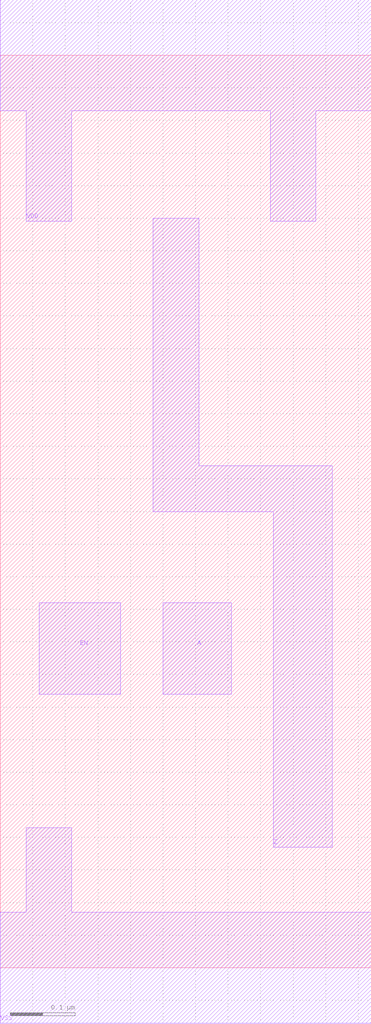
<source format=lef>
# 
# ******************************************************************************
# *                                                                            *
# *                   Copyright (C) 2004-2011, Nangate Inc.                    *
# *                           All rights reserved.                             *
# *                                                                            *
# * Nangate and the Nangate logo are trademarks of Nangate Inc.                *
# *                                                                            *
# * All trademarks, logos, software marks, and trade names (collectively the   *
# * "Marks") in this program are proprietary to Nangate or other respective    *
# * owners that have granted Nangate the right and license to use such Marks.  *
# * You are not permitted to use the Marks without the prior written consent   *
# * of Nangate or such third party that may own the Marks.                     *
# *                                                                            *
# * This file has been provided pursuant to a License Agreement containing     *
# * restrictions on its use. This file contains valuable trade secrets and     *
# * proprietary information of Nangate Inc., and is protected by U.S. and      *
# * international laws and/or treaties.                                        *
# *                                                                            *
# * The copyright notice(s) in this file does not indicate actual or intended  *
# * publication of this file.                                                  *
# *                                                                            *
# *     NGLibraryCreator, v2010.08-HR32-SP3-2010-08-05 - build 1009061800      *
# *                                                                            *
# ******************************************************************************
# 
# 
# Running on server08.nangate.com for user Giancarlo Franciscatto (gfr).
# Local time is now Thu, 6 Jan 2011, 18:10:28.
# Main process id is 3320.

VERSION 5.6 ;
BUSBITCHARS "[]" ;
DIVIDERCHAR "/" ;

MACRO ISO_FENCE1N_X1
  CLASS core ;
  FOREIGN ISO_FENCE1N_X1 0.0 0.0 ;
  ORIGIN 0 0 ;
  SYMMETRY X Y ;
  SITE FreePDK45_38x28_10R_NP_162NW_34O ;
  SIZE 0.57 BY 1.4 ;
  PIN A
    DIRECTION INPUT ;
    ANTENNAPARTIALMETALAREA 0.0147 LAYER metal1 ;
    ANTENNAPARTIALMETALSIDEAREA 0.0637 LAYER metal1 ;
    ANTENNAGATEAREA 0.01925 ;
    PORT
      LAYER metal1 ;
        POLYGON 0.25 0.42 0.355 0.42 0.355 0.56 0.25 0.56  ;
    END
  END A
  PIN EN
    DIRECTION INPUT ;
    ANTENNAPARTIALMETALAREA 0.0175 LAYER metal1 ;
    ANTENNAPARTIALMETALSIDEAREA 0.0689 LAYER metal1 ;
    ANTENNAGATEAREA 0.01925 ;
    PORT
      LAYER metal1 ;
        POLYGON 0.06 0.42 0.185 0.42 0.185 0.56 0.06 0.56  ;
    END
  END EN
  PIN Z
    DIRECTION OUTPUT ;
    ANTENNAPARTIALMETALAREA 0.0922 LAYER metal1 ;
    ANTENNAPARTIALMETALSIDEAREA 0.3224 LAYER metal1 ;
    ANTENNADIFFAREA 0.0476 ;
    PORT
      LAYER metal1 ;
        POLYGON 0.235 0.7 0.42 0.7 0.42 0.185 0.51 0.185 0.51 0.77 0.305 0.77 0.305 1.15 0.235 1.15  ;
    END
  END Z
  PIN VDD
    DIRECTION INOUT ;
    USE power ;
    SHAPE ABUTMENT ;
    PORT
      LAYER metal1 ;
        POLYGON 0 1.315 0.04 1.315 0.04 1.145 0.11 1.145 0.11 1.315 0.415 1.315 0.415 1.145 0.485 1.145 0.485 1.315 0.57 1.315 0.57 1.485 0 1.485  ;
    END
  END VDD
  PIN VSS
    DIRECTION INOUT ;
    USE ground ;
    SHAPE ABUTMENT ;
    PORT
      LAYER metal1 ;
        POLYGON 0 -0.085 0.57 -0.085 0.57 0.085 0.11 0.085 0.11 0.215 0.04 0.215 0.04 0.085 0 0.085  ;
    END
  END VSS
END ISO_FENCE1N_X1

END LIBRARY
#
# End of file
#

</source>
